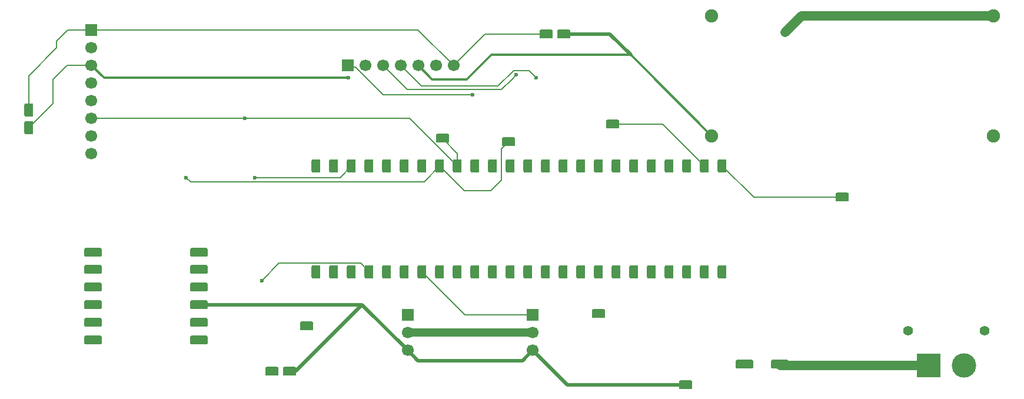
<source format=gbr>
%TF.GenerationSoftware,KiCad,Pcbnew,9.0.1*%
%TF.CreationDate,2025-07-12T13:39:09+10:00*%
%TF.ProjectId,TvcTHTPcb,54766354-4854-4506-9362-2e6b69636164,rev?*%
%TF.SameCoordinates,Original*%
%TF.FileFunction,Copper,L1,Top*%
%TF.FilePolarity,Positive*%
%FSLAX46Y46*%
G04 Gerber Fmt 4.6, Leading zero omitted, Abs format (unit mm)*
G04 Created by KiCad (PCBNEW 9.0.1) date 2025-07-12 13:39:09*
%MOMM*%
%LPD*%
G01*
G04 APERTURE LIST*
G04 Aperture macros list*
%AMRoundRect*
0 Rectangle with rounded corners*
0 $1 Rounding radius*
0 $2 $3 $4 $5 $6 $7 $8 $9 X,Y pos of 4 corners*
0 Add a 4 corners polygon primitive as box body*
4,1,4,$2,$3,$4,$5,$6,$7,$8,$9,$2,$3,0*
0 Add four circle primitives for the rounded corners*
1,1,$1+$1,$2,$3*
1,1,$1+$1,$4,$5*
1,1,$1+$1,$6,$7*
1,1,$1+$1,$8,$9*
0 Add four rect primitives between the rounded corners*
20,1,$1+$1,$2,$3,$4,$5,0*
20,1,$1+$1,$4,$5,$6,$7,0*
20,1,$1+$1,$6,$7,$8,$9,0*
20,1,$1+$1,$8,$9,$2,$3,0*%
G04 Aperture macros list end*
%TA.AperFunction,ComponentPad*%
%ADD10RoundRect,0.190500X-0.762000X-0.444500X0.762000X-0.444500X0.762000X0.444500X-0.762000X0.444500X0*%
%TD*%
%TA.AperFunction,ComponentPad*%
%ADD11RoundRect,0.190500X0.444500X-0.762000X0.444500X0.762000X-0.444500X0.762000X-0.444500X-0.762000X0*%
%TD*%
%TA.AperFunction,ComponentPad*%
%ADD12R,1.700000X1.700000*%
%TD*%
%TA.AperFunction,ComponentPad*%
%ADD13C,1.700000*%
%TD*%
%TA.AperFunction,ComponentPad*%
%ADD14C,1.905000*%
%TD*%
%TA.AperFunction,ComponentPad*%
%ADD15RoundRect,0.190500X-1.079500X-0.444500X1.079500X-0.444500X1.079500X0.444500X-1.079500X0.444500X0*%
%TD*%
%TA.AperFunction,ComponentPad*%
%ADD16C,3.500000*%
%TD*%
%TA.AperFunction,ComponentPad*%
%ADD17R,3.500000X3.500000*%
%TD*%
%TA.AperFunction,ComponentPad*%
%ADD18C,1.400000*%
%TD*%
%TA.AperFunction,ViaPad*%
%ADD19C,0.600000*%
%TD*%
%TA.AperFunction,Conductor*%
%ADD20C,0.200000*%
%TD*%
%TA.AperFunction,Conductor*%
%ADD21C,0.500000*%
%TD*%
%TA.AperFunction,Conductor*%
%ADD22C,1.367030*%
%TD*%
%TA.AperFunction,Conductor*%
%ADD23C,0.300000*%
%TD*%
%TA.AperFunction,Conductor*%
%ADD24C,1.200000*%
%TD*%
G04 APERTURE END LIST*
D10*
%TO.P,TPSDA1,1,1*%
%TO.N,Net-(J1-Pin_6)*%
X138500000Y-94000000D03*
%TD*%
%TO.P,TPSCL1,1,1*%
%TO.N,Net-(J1-Pin_4)*%
X148000000Y-94500000D03*
%TD*%
%TO.P,TPGND1,1,1*%
%TO.N,Net-(J1-Pin_3)*%
X173500000Y-129500000D03*
%TD*%
%TO.P,TP5V1,1,1*%
%TO.N,Net-(J5-Pin_1)*%
X161000000Y-119212500D03*
%TD*%
D11*
%TO.P,Teensy4.1,48,33*%
%TO.N,Net-(J11-Pin_1)*%
X178780000Y-98000000D03*
%TO.P,Teensy4.1,47,34*%
%TO.N,Net-(J12-Pin_1)*%
X176240000Y-98000000D03*
%TO.P,Teensy4.1,46,35*%
%TO.N,unconnected-(Teensy4.1-35-Pad46)*%
X173700000Y-98000000D03*
%TO.P,Teensy4.1,45,36*%
%TO.N,unconnected-(Teensy4.1-36-Pad45)*%
X171160000Y-98000000D03*
%TO.P,Teensy4.1,44,37*%
%TO.N,unconnected-(Teensy4.1-37-Pad44)*%
X168620000Y-98000000D03*
%TO.P,Teensy4.1,43,38*%
%TO.N,unconnected-(Teensy4.1-38-Pad43)*%
X166080000Y-98000000D03*
%TO.P,Teensy4.1,42,39*%
%TO.N,unconnected-(Teensy4.1-39-Pad42)*%
X163540000Y-98000000D03*
%TO.P,Teensy4.1,41,40*%
%TO.N,unconnected-(Teensy4.1-40-Pad41)*%
X161000000Y-98000000D03*
%TO.P,Teensy4.1,40,41*%
%TO.N,unconnected-(Teensy4.1-41-Pad40)*%
X158460000Y-98000000D03*
%TO.P,Teensy4.1,39,GND*%
%TO.N,unconnected-(Teensy4.1-GND-Pad39)*%
X155920000Y-98000000D03*
%TO.P,Teensy4.1,38,13*%
%TO.N,Net-(J3-Pin_4)*%
X153380000Y-98000000D03*
%TO.P,Teensy4.1,37,14*%
%TO.N,unconnected-(Teensy4.1-14-Pad37)*%
X150840000Y-98000000D03*
%TO.P,Teensy4.1,36,15*%
%TO.N,unconnected-(Teensy4.1-15-Pad36)*%
X148300000Y-98000000D03*
%TO.P,Teensy4.1,35,16*%
%TO.N,unconnected-(Teensy4.1-16-Pad35)*%
X145760000Y-98000000D03*
%TO.P,Teensy4.1,34,17*%
%TO.N,unconnected-(Teensy4.1-17-Pad34)*%
X143220000Y-98000000D03*
%TO.P,Teensy4.1,33,18*%
%TO.N,Net-(J1-Pin_6)*%
X140680000Y-98000000D03*
%TO.P,Teensy4.1,32,19*%
%TO.N,Net-(J1-Pin_4)*%
X138140000Y-98000000D03*
%TO.P,Teensy4.1,31,20*%
%TO.N,unconnected-(Teensy4.1-20-Pad31)*%
X135600000Y-98000000D03*
%TO.P,Teensy4.1,30,21*%
%TO.N,unconnected-(Teensy4.1-21-Pad30)*%
X133060000Y-98000000D03*
%TO.P,Teensy4.1,29,22*%
%TO.N,unconnected-(Teensy4.1-22-Pad29)*%
X130520000Y-98000000D03*
%TO.P,Teensy4.1,28,23*%
%TO.N,unconnected-(Teensy4.1-23-Pad28)*%
X127980000Y-98000000D03*
%TO.P,Teensy4.1,27,3V3*%
%TO.N,Net-(J1-Pin_1)*%
X125440000Y-98000000D03*
%TO.P,Teensy4.1,26,GND*%
%TO.N,Net-(J1-Pin_3)*%
X122900000Y-98000000D03*
%TO.P,Teensy4.1,25,5V*%
%TO.N,Net-(J5-Pin_1)*%
X120360000Y-98000000D03*
%TO.P,Teensy4.1,24,32*%
%TO.N,unconnected-(Teensy4.1-32-Pad24)*%
X178780000Y-113240000D03*
%TO.P,Teensy4.1,23,31*%
%TO.N,unconnected-(Teensy4.1-31-Pad23)*%
X176240000Y-113240000D03*
%TO.P,Teensy4.1,22,30*%
%TO.N,unconnected-(Teensy4.1-30-Pad22)*%
X173700000Y-113240000D03*
%TO.P,Teensy4.1,21,29*%
%TO.N,unconnected-(Teensy4.1-29-Pad21)*%
X171160000Y-113240000D03*
%TO.P,Teensy4.1,20,28*%
%TO.N,unconnected-(Teensy4.1-28-Pad20)*%
X168620000Y-113240000D03*
%TO.P,Teensy4.1,19,27*%
%TO.N,unconnected-(Teensy4.1-27-Pad19)*%
X166080000Y-113240000D03*
%TO.P,Teensy4.1,18,26*%
%TO.N,unconnected-(Teensy4.1-26-Pad18)*%
X163540000Y-113240000D03*
%TO.P,Teensy4.1,17,25*%
%TO.N,unconnected-(Teensy4.1-25-Pad17)*%
X161000000Y-113240000D03*
%TO.P,Teensy4.1,16,24*%
%TO.N,unconnected-(Teensy4.1-24-Pad16)*%
X158460000Y-113240000D03*
%TO.P,Teensy4.1,15,3V3*%
%TO.N,unconnected-(Teensy4.1-3V3-Pad15)*%
X155920000Y-113240000D03*
%TO.P,Teensy4.1,14,12*%
%TO.N,Net-(J3-Pin_3)*%
X153380000Y-113240000D03*
%TO.P,Teensy4.1,13,11*%
%TO.N,Net-(J3-Pin_2)*%
X150840000Y-113240000D03*
%TO.P,Teensy4.1,12,10*%
%TO.N,Net-(J3-Pin_1)*%
X148300000Y-113240000D03*
%TO.P,Teensy4.1,11,9*%
%TO.N,unconnected-(Teensy4.1-9-Pad11)*%
X145760000Y-113240000D03*
%TO.P,Teensy4.1,10,8*%
%TO.N,unconnected-(Teensy4.1-8-Pad10)*%
X143220000Y-113240000D03*
%TO.P,Teensy4.1,9,7*%
%TO.N,unconnected-(Teensy4.1-7-Pad9)*%
X140680000Y-113240000D03*
%TO.P,Teensy4.1,8,6*%
%TO.N,unconnected-(Teensy4.1-6-Pad8)*%
X138140000Y-113240000D03*
%TO.P,Teensy4.1,7,5*%
%TO.N,Net-(J7-Pin_1)*%
X135600000Y-113240000D03*
%TO.P,Teensy4.1,6,4*%
%TO.N,Net-(J6-Pin_1)*%
X133060000Y-113240000D03*
%TO.P,Teensy4.1,5,3*%
%TO.N,unconnected-(Teensy4.1-3-Pad5)*%
X130520000Y-113240000D03*
%TO.P,Teensy4.1,4,2*%
%TO.N,Net-(J13-Pin_1)*%
X127980000Y-113240000D03*
%TO.P,Teensy4.1,3,1*%
%TO.N,unconnected-(Teensy4.1-1-Pad3)*%
X125440000Y-113240000D03*
%TO.P,Teensy4.1,2,0*%
%TO.N,unconnected-(Teensy4.1-0-Pad2)*%
X122900000Y-113240000D03*
%TO.P,Teensy4.1,1,GND*%
%TO.N,unconnected-(Teensy4.1-GND-Pad1)*%
X120360000Y-113240000D03*
%TD*%
D10*
%TO.P,J10,1,Pin_1*%
%TO.N,Net-(J1-Pin_1)*%
X153460000Y-79000000D03*
%TO.P,J10,2,Pin_2*%
%TO.N,Net-(J1-Pin_3)*%
X156000000Y-79000000D03*
%TD*%
D12*
%TO.P,J3,1,Pin_1*%
%TO.N,Net-(J3-Pin_1)*%
X124880000Y-83500000D03*
D13*
%TO.P,J3,2,Pin_2*%
%TO.N,Net-(J3-Pin_2)*%
X127420000Y-83500000D03*
%TO.P,J3,3,Pin_3*%
%TO.N,Net-(J3-Pin_3)*%
X129960000Y-83500000D03*
%TO.P,J3,4,Pin_4*%
%TO.N,Net-(J3-Pin_4)*%
X132500000Y-83500000D03*
%TO.P,J3,5,Pin_5*%
%TO.N,Net-(J1-Pin_3)*%
X135040000Y-83500000D03*
%TO.P,J3,6,Pin_6*%
%TO.N,unconnected-(J3-Pin_6-Pad6)*%
X137580000Y-83500000D03*
%TO.P,J3,7,Pin_7*%
%TO.N,Net-(J1-Pin_1)*%
X140120000Y-83500000D03*
%TD*%
D10*
%TO.P,J13,1,Pin_1*%
%TO.N,Net-(J13-Pin_1)*%
X119000000Y-121000000D03*
%TD*%
D12*
%TO.P,J6,1,Pin_1*%
%TO.N,Net-(J6-Pin_1)*%
X133500000Y-119420000D03*
D13*
%TO.P,J6,2,Pin_2*%
%TO.N,Net-(J5-Pin_1)*%
X133500000Y-121960000D03*
%TO.P,J6,3,Pin_3*%
%TO.N,Net-(J1-Pin_3)*%
X133500000Y-124500000D03*
%TD*%
D10*
%TO.P,J9,1,Pin_1*%
%TO.N,Net-(J1-Pin_1)*%
X113960000Y-127500000D03*
%TO.P,J9,2,Pin_2*%
%TO.N,Net-(J1-Pin_3)*%
X116500000Y-127500000D03*
%TD*%
D14*
%TO.P,J5,1,Pin_1*%
%TO.N,Net-(J5-Pin_1)*%
X177232000Y-76365500D03*
%TO.P,J5,2,Pin_2*%
%TO.N,Net-(J1-Pin_3)*%
X177232000Y-93634500D03*
%TO.P,J5,3,Pin_3*%
%TO.N,Net-(J5-Pin_3)*%
X217768000Y-76365500D03*
%TO.P,J5,4,Pin_4*%
%TO.N,Net-(J4-Pin_2)*%
X217768000Y-93634500D03*
%TD*%
D12*
%TO.P,J7,1,Pin_1*%
%TO.N,Net-(J7-Pin_1)*%
X151500000Y-119420000D03*
D13*
%TO.P,J7,2,Pin_2*%
%TO.N,Net-(J5-Pin_1)*%
X151500000Y-121960000D03*
%TO.P,J7,3,Pin_3*%
%TO.N,Net-(J1-Pin_3)*%
X151500000Y-124500000D03*
%TD*%
D10*
%TO.P,J12,1,Pin_1*%
%TO.N,Net-(J12-Pin_1)*%
X163000000Y-91945000D03*
%TD*%
D11*
%TO.P,J8,1,Pin_1*%
%TO.N,Net-(J1-Pin_3)*%
X79000000Y-92500000D03*
%TO.P,J8,2,Pin_2*%
%TO.N,Net-(J1-Pin_1)*%
X79000000Y-89960000D03*
%TD*%
D15*
%TO.P,J2,1,Pin_1*%
%TO.N,unconnected-(J2-Pin_1-Pad1)*%
X88260000Y-110380000D03*
%TO.P,J2,2,Pin_2*%
%TO.N,unconnected-(J2-Pin_2-Pad2)*%
X88260000Y-112840000D03*
%TO.P,J2,3,Pin_3*%
%TO.N,unconnected-(J2-Pin_3-Pad3)*%
X88260000Y-115380000D03*
%TO.P,J2,4,Pin_4*%
%TO.N,unconnected-(J2-Pin_4-Pad4)*%
X88260000Y-117920000D03*
%TO.P,J2,5,Pin_5*%
%TO.N,unconnected-(J2-Pin_5-Pad5)*%
X88260000Y-120460000D03*
%TO.P,J2,6,Pin_6*%
%TO.N,unconnected-(J2-Pin_6-Pad6)*%
X88260000Y-123000000D03*
%TO.P,J2,7,Pin_7*%
%TO.N,unconnected-(J2-Pin_7-Pad7)*%
X103500000Y-110380000D03*
%TO.P,J2,8,Pin_8*%
%TO.N,Net-(J1-Pin_6)*%
X103500000Y-112840000D03*
%TO.P,J2,9,Pin_9*%
%TO.N,Net-(J1-Pin_4)*%
X103500000Y-115380000D03*
%TO.P,J2,10,Pin_10*%
%TO.N,Net-(J1-Pin_3)*%
X103500000Y-117920000D03*
%TO.P,J2,11,Pin_11*%
%TO.N,unconnected-(J2-Pin_11-Pad11)*%
X103500000Y-120460000D03*
%TO.P,J2,12,Pin_12*%
%TO.N,Net-(J1-Pin_1)*%
X103500000Y-123000000D03*
%TD*%
%TO.P,Fuse1,1*%
%TO.N,Net-(J5-Pin_3)*%
X181990000Y-126500000D03*
%TO.P,Fuse1,2*%
%TO.N,Net-(J4-Pin_1)*%
X187000000Y-126500000D03*
%TD*%
D16*
%TO.P,J4,2,Pin_2*%
%TO.N,Net-(J4-Pin_2)*%
X213500000Y-126650000D03*
D17*
%TO.P,J4,1,Pin_1*%
%TO.N,Net-(J4-Pin_1)*%
X208500000Y-126650000D03*
D18*
%TO.P,J4,*%
%TO.N,*%
X216500000Y-121650000D03*
X205500000Y-121650000D03*
%TD*%
D12*
%TO.P,J1,1,Pin_1*%
%TO.N,Net-(J1-Pin_1)*%
X88000000Y-78380000D03*
D13*
%TO.P,J1,2,Pin_2*%
%TO.N,unconnected-(J1-Pin_2-Pad2)*%
X88000000Y-80920000D03*
%TO.P,J1,3,Pin_3*%
%TO.N,Net-(J1-Pin_3)*%
X88000000Y-83460000D03*
%TO.P,J1,4,Pin_4*%
%TO.N,Net-(J1-Pin_4)*%
X88000000Y-86000000D03*
%TO.P,J1,5,Pin_5*%
%TO.N,unconnected-(J1-Pin_5-Pad5)*%
X88000000Y-88540000D03*
%TO.P,J1,6,Pin_6*%
%TO.N,Net-(J1-Pin_6)*%
X88000000Y-91080000D03*
%TO.P,J1,7,Pin_7*%
%TO.N,unconnected-(J1-Pin_7-Pad7)*%
X88000000Y-93620000D03*
%TO.P,J1,8,Pin_8*%
%TO.N,unconnected-(J1-Pin_8-Pad8)*%
X88000000Y-96160000D03*
%TD*%
D10*
%TO.P,J11,1,Pin_1*%
%TO.N,Net-(J11-Pin_1)*%
X196000000Y-102500000D03*
%TD*%
D19*
%TO.N,Net-(J5-Pin_3)*%
X187811700Y-78759500D03*
%TO.N,Net-(J1-Pin_1)*%
X111500000Y-99649600D03*
%TO.N,Net-(J1-Pin_6)*%
X110063900Y-91080000D03*
%TO.N,Net-(J1-Pin_3)*%
X125015400Y-85285100D03*
%TO.N,Net-(J1-Pin_4)*%
X101649600Y-99649600D03*
%TO.N,Net-(J3-Pin_1)*%
X142826000Y-87712400D03*
%TO.N,Net-(J3-Pin_4)*%
X151997300Y-85291100D03*
%TO.N,Net-(J3-Pin_3)*%
X149097000Y-84887300D03*
%TO.N,Net-(J13-Pin_1)*%
X112500000Y-114500000D03*
%TD*%
D20*
%TO.N,Net-(J3-Pin_1)*%
X126031700Y-83787900D02*
X125167900Y-83787900D01*
X125167900Y-83787900D02*
X124880000Y-83500000D01*
%TO.N,Net-(J1-Pin_4)*%
X145500000Y-101500000D02*
X147000000Y-100000000D01*
X141640000Y-101500000D02*
X145500000Y-101500000D01*
X138140000Y-98000000D02*
X141640000Y-101500000D01*
X147000000Y-100000000D02*
X147000000Y-95500000D01*
X147000000Y-95500000D02*
X148000000Y-94500000D01*
%TO.N,Net-(J1-Pin_6)*%
X138500000Y-94000000D02*
X140680000Y-96180000D01*
X140680000Y-96180000D02*
X140680000Y-98000000D01*
D21*
%TO.N,Net-(J1-Pin_3)*%
X151500000Y-124500000D02*
X156500000Y-129500000D01*
X156500000Y-129500000D02*
X173500000Y-129500000D01*
D22*
%TO.N,Net-(J5-Pin_3)*%
X217768000Y-76365500D02*
X190205700Y-76365500D01*
X190205700Y-76365500D02*
X187811700Y-78759500D01*
D20*
%TO.N,Net-(J1-Pin_1)*%
X140120000Y-83500000D02*
X144620000Y-79000000D01*
X79000000Y-89960000D02*
X79000000Y-85000000D01*
X111500000Y-99649600D02*
X123790400Y-99649600D01*
X83000000Y-80000000D02*
X84620000Y-78380000D01*
X84620000Y-78380000D02*
X88000000Y-78380000D01*
X79000000Y-85000000D02*
X83000000Y-81000000D01*
X123790400Y-99649600D02*
X125440000Y-98000000D01*
X144620000Y-79000000D02*
X153460000Y-79000000D01*
X88000000Y-78380000D02*
X135000000Y-78380000D01*
X83000000Y-81000000D02*
X83000000Y-80000000D01*
X135000000Y-78380000D02*
X140120000Y-83500000D01*
%TO.N,Net-(J1-Pin_6)*%
X133760000Y-91080000D02*
X110063900Y-91080000D01*
X110063900Y-91080000D02*
X88000000Y-91080000D01*
X140680000Y-98000000D02*
X133760000Y-91080000D01*
%TO.N,Net-(J1-Pin_3)*%
X82500000Y-85500000D02*
X84540000Y-83460000D01*
D23*
X142024601Y-85500000D02*
X137040000Y-85500000D01*
X167457800Y-83860300D02*
X165597500Y-82000000D01*
D21*
X151500000Y-124500000D02*
X150000000Y-126000000D01*
D23*
X177232000Y-93634500D02*
X167457800Y-83860300D01*
X165597500Y-82000000D02*
X145524601Y-82000000D01*
X88000000Y-83460000D02*
X89825100Y-85285100D01*
D20*
X82500000Y-89000000D02*
X82500000Y-85500000D01*
D21*
X156000000Y-79000000D02*
X162597500Y-79000000D01*
X135000000Y-126000000D02*
X133500000Y-124500000D01*
D20*
X116500000Y-127500000D02*
X117340000Y-127500000D01*
D21*
X103500000Y-117920000D02*
X126920000Y-117920000D01*
X162597500Y-79000000D02*
X165597500Y-82000000D01*
X150000000Y-126000000D02*
X135000000Y-126000000D01*
D20*
X79000000Y-92500000D02*
X82500000Y-89000000D01*
X84540000Y-83460000D02*
X88000000Y-83460000D01*
D21*
X126920000Y-117920000D02*
X133500000Y-124500000D01*
D23*
X89825100Y-85285100D02*
X125015400Y-85285100D01*
X145524601Y-82000000D02*
X142024601Y-85500000D01*
X137040000Y-85500000D02*
X135040000Y-83500000D01*
D21*
X117340000Y-127500000D02*
X126920000Y-117920000D01*
D20*
%TO.N,Net-(J1-Pin_4)*%
X135877600Y-100262400D02*
X102262400Y-100262400D01*
X138140000Y-98000000D02*
X135877600Y-100262400D01*
X102262400Y-100262400D02*
X101649600Y-99649600D01*
%TO.N,Net-(J3-Pin_1)*%
X142826000Y-87712400D02*
X129956200Y-87712400D01*
X129956200Y-87712400D02*
X126031700Y-83787900D01*
%TO.N,Net-(J3-Pin_4)*%
X150968200Y-84262000D02*
X151997300Y-85291100D01*
X135500000Y-86500000D02*
X132500000Y-83500000D01*
X148762000Y-84262000D02*
X146524000Y-86500000D01*
X146524000Y-86500000D02*
X135500000Y-86500000D01*
X148762000Y-84262000D02*
X150968200Y-84262000D01*
%TO.N,Net-(J3-Pin_3)*%
X149097000Y-84887300D02*
X148491600Y-85492700D01*
X146984300Y-87000000D02*
X148491600Y-85492700D01*
X148491600Y-85492700D02*
X149097000Y-84887300D01*
X129960000Y-83500000D02*
X133460000Y-87000000D01*
X133460000Y-87000000D02*
X146984300Y-87000000D01*
X148491600Y-85492700D02*
X149097000Y-84887300D01*
%TO.N,Net-(J4-Pin_1)*%
X187150000Y-126650000D02*
X187000000Y-126500000D01*
D22*
X208500000Y-126650000D02*
X187150000Y-126650000D01*
D24*
%TO.N,Net-(J5-Pin_1)*%
X151500000Y-121960000D02*
X133500000Y-121960000D01*
D20*
%TO.N,Net-(J7-Pin_1)*%
X135600000Y-113240000D02*
X141780000Y-119420000D01*
X141780000Y-119420000D02*
X151500000Y-119420000D01*
%TO.N,Net-(J11-Pin_1)*%
X183280000Y-102500000D02*
X196000000Y-102500000D01*
X178780000Y-98000000D02*
X183280000Y-102500000D01*
%TO.N,Net-(J12-Pin_1)*%
X163000000Y-91945000D02*
X170185000Y-91945000D01*
X170185000Y-91945000D02*
X176240000Y-98000000D01*
%TO.N,Net-(J13-Pin_1)*%
X126726500Y-111986500D02*
X115013500Y-111986500D01*
X115013500Y-111986500D02*
X112500000Y-114500000D01*
X127980000Y-113240000D02*
X126726500Y-111986500D01*
%TD*%
M02*

</source>
